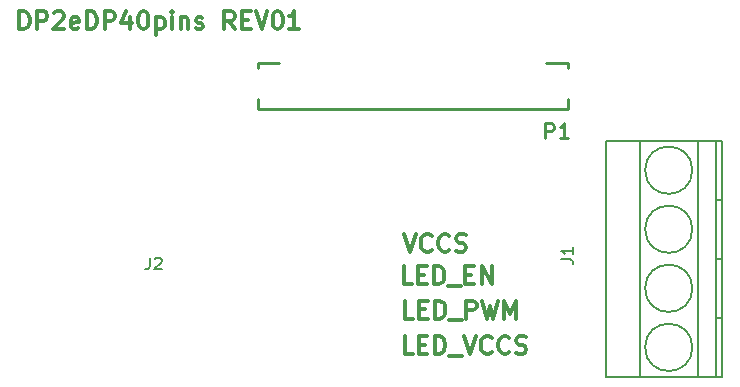
<source format=gto>
G04 #@! TF.FileFunction,Legend,Top*
%FSLAX46Y46*%
G04 Gerber Fmt 4.6, Leading zero omitted, Abs format (unit mm)*
G04 Created by KiCad (PCBNEW 4.0.7) date 07/29/18 14:43:16*
%MOMM*%
%LPD*%
G01*
G04 APERTURE LIST*
%ADD10C,0.100000*%
%ADD11C,0.300000*%
%ADD12C,0.150000*%
%ADD13C,0.254000*%
G04 APERTURE END LIST*
D10*
D11*
X121655573Y-72116071D02*
X121655573Y-70616071D01*
X122012716Y-70616071D01*
X122227001Y-70687500D01*
X122369859Y-70830357D01*
X122441287Y-70973214D01*
X122512716Y-71258929D01*
X122512716Y-71473214D01*
X122441287Y-71758929D01*
X122369859Y-71901786D01*
X122227001Y-72044643D01*
X122012716Y-72116071D01*
X121655573Y-72116071D01*
X123155573Y-72116071D02*
X123155573Y-70616071D01*
X123727001Y-70616071D01*
X123869859Y-70687500D01*
X123941287Y-70758929D01*
X124012716Y-70901786D01*
X124012716Y-71116071D01*
X123941287Y-71258929D01*
X123869859Y-71330357D01*
X123727001Y-71401786D01*
X123155573Y-71401786D01*
X124584144Y-70758929D02*
X124655573Y-70687500D01*
X124798430Y-70616071D01*
X125155573Y-70616071D01*
X125298430Y-70687500D01*
X125369859Y-70758929D01*
X125441287Y-70901786D01*
X125441287Y-71044643D01*
X125369859Y-71258929D01*
X124512716Y-72116071D01*
X125441287Y-72116071D01*
X126655572Y-72044643D02*
X126512715Y-72116071D01*
X126227001Y-72116071D01*
X126084144Y-72044643D01*
X126012715Y-71901786D01*
X126012715Y-71330357D01*
X126084144Y-71187500D01*
X126227001Y-71116071D01*
X126512715Y-71116071D01*
X126655572Y-71187500D01*
X126727001Y-71330357D01*
X126727001Y-71473214D01*
X126012715Y-71616071D01*
X127369858Y-72116071D02*
X127369858Y-70616071D01*
X127727001Y-70616071D01*
X127941286Y-70687500D01*
X128084144Y-70830357D01*
X128155572Y-70973214D01*
X128227001Y-71258929D01*
X128227001Y-71473214D01*
X128155572Y-71758929D01*
X128084144Y-71901786D01*
X127941286Y-72044643D01*
X127727001Y-72116071D01*
X127369858Y-72116071D01*
X128869858Y-72116071D02*
X128869858Y-70616071D01*
X129441286Y-70616071D01*
X129584144Y-70687500D01*
X129655572Y-70758929D01*
X129727001Y-70901786D01*
X129727001Y-71116071D01*
X129655572Y-71258929D01*
X129584144Y-71330357D01*
X129441286Y-71401786D01*
X128869858Y-71401786D01*
X131012715Y-71116071D02*
X131012715Y-72116071D01*
X130655572Y-70544643D02*
X130298429Y-71616071D01*
X131227001Y-71616071D01*
X132084143Y-70616071D02*
X132227000Y-70616071D01*
X132369857Y-70687500D01*
X132441286Y-70758929D01*
X132512715Y-70901786D01*
X132584143Y-71187500D01*
X132584143Y-71544643D01*
X132512715Y-71830357D01*
X132441286Y-71973214D01*
X132369857Y-72044643D01*
X132227000Y-72116071D01*
X132084143Y-72116071D01*
X131941286Y-72044643D01*
X131869857Y-71973214D01*
X131798429Y-71830357D01*
X131727000Y-71544643D01*
X131727000Y-71187500D01*
X131798429Y-70901786D01*
X131869857Y-70758929D01*
X131941286Y-70687500D01*
X132084143Y-70616071D01*
X133227000Y-71116071D02*
X133227000Y-72616071D01*
X133227000Y-71187500D02*
X133369857Y-71116071D01*
X133655571Y-71116071D01*
X133798428Y-71187500D01*
X133869857Y-71258929D01*
X133941286Y-71401786D01*
X133941286Y-71830357D01*
X133869857Y-71973214D01*
X133798428Y-72044643D01*
X133655571Y-72116071D01*
X133369857Y-72116071D01*
X133227000Y-72044643D01*
X134584143Y-72116071D02*
X134584143Y-71116071D01*
X134584143Y-70616071D02*
X134512714Y-70687500D01*
X134584143Y-70758929D01*
X134655571Y-70687500D01*
X134584143Y-70616071D01*
X134584143Y-70758929D01*
X135298429Y-71116071D02*
X135298429Y-72116071D01*
X135298429Y-71258929D02*
X135369857Y-71187500D01*
X135512715Y-71116071D01*
X135727000Y-71116071D01*
X135869857Y-71187500D01*
X135941286Y-71330357D01*
X135941286Y-72116071D01*
X136584143Y-72044643D02*
X136727000Y-72116071D01*
X137012715Y-72116071D01*
X137155572Y-72044643D01*
X137227000Y-71901786D01*
X137227000Y-71830357D01*
X137155572Y-71687500D01*
X137012715Y-71616071D01*
X136798429Y-71616071D01*
X136655572Y-71544643D01*
X136584143Y-71401786D01*
X136584143Y-71330357D01*
X136655572Y-71187500D01*
X136798429Y-71116071D01*
X137012715Y-71116071D01*
X137155572Y-71187500D01*
X139869858Y-72116071D02*
X139369858Y-71401786D01*
X139012715Y-72116071D02*
X139012715Y-70616071D01*
X139584143Y-70616071D01*
X139727001Y-70687500D01*
X139798429Y-70758929D01*
X139869858Y-70901786D01*
X139869858Y-71116071D01*
X139798429Y-71258929D01*
X139727001Y-71330357D01*
X139584143Y-71401786D01*
X139012715Y-71401786D01*
X140512715Y-71330357D02*
X141012715Y-71330357D01*
X141227001Y-72116071D02*
X140512715Y-72116071D01*
X140512715Y-70616071D01*
X141227001Y-70616071D01*
X141655572Y-70616071D02*
X142155572Y-72116071D01*
X142655572Y-70616071D01*
X143441286Y-70616071D02*
X143584143Y-70616071D01*
X143727000Y-70687500D01*
X143798429Y-70758929D01*
X143869858Y-70901786D01*
X143941286Y-71187500D01*
X143941286Y-71544643D01*
X143869858Y-71830357D01*
X143798429Y-71973214D01*
X143727000Y-72044643D01*
X143584143Y-72116071D01*
X143441286Y-72116071D01*
X143298429Y-72044643D01*
X143227000Y-71973214D01*
X143155572Y-71830357D01*
X143084143Y-71544643D01*
X143084143Y-71187500D01*
X143155572Y-70901786D01*
X143227000Y-70758929D01*
X143298429Y-70687500D01*
X143441286Y-70616071D01*
X145369857Y-72116071D02*
X144512714Y-72116071D01*
X144941286Y-72116071D02*
X144941286Y-70616071D01*
X144798429Y-70830357D01*
X144655571Y-70973214D01*
X144512714Y-71044643D01*
X154194215Y-89475571D02*
X154694215Y-90975571D01*
X155194215Y-89475571D01*
X156551358Y-90832714D02*
X156479929Y-90904143D01*
X156265643Y-90975571D01*
X156122786Y-90975571D01*
X155908501Y-90904143D01*
X155765643Y-90761286D01*
X155694215Y-90618429D01*
X155622786Y-90332714D01*
X155622786Y-90118429D01*
X155694215Y-89832714D01*
X155765643Y-89689857D01*
X155908501Y-89547000D01*
X156122786Y-89475571D01*
X156265643Y-89475571D01*
X156479929Y-89547000D01*
X156551358Y-89618429D01*
X158051358Y-90832714D02*
X157979929Y-90904143D01*
X157765643Y-90975571D01*
X157622786Y-90975571D01*
X157408501Y-90904143D01*
X157265643Y-90761286D01*
X157194215Y-90618429D01*
X157122786Y-90332714D01*
X157122786Y-90118429D01*
X157194215Y-89832714D01*
X157265643Y-89689857D01*
X157408501Y-89547000D01*
X157622786Y-89475571D01*
X157765643Y-89475571D01*
X157979929Y-89547000D01*
X158051358Y-89618429D01*
X158622786Y-90904143D02*
X158837072Y-90975571D01*
X159194215Y-90975571D01*
X159337072Y-90904143D01*
X159408501Y-90832714D01*
X159479929Y-90689857D01*
X159479929Y-90547000D01*
X159408501Y-90404143D01*
X159337072Y-90332714D01*
X159194215Y-90261286D01*
X158908501Y-90189857D01*
X158765643Y-90118429D01*
X158694215Y-90047000D01*
X158622786Y-89904143D01*
X158622786Y-89761286D01*
X158694215Y-89618429D01*
X158765643Y-89547000D01*
X158908501Y-89475571D01*
X159265643Y-89475571D01*
X159479929Y-89547000D01*
X154924500Y-93706071D02*
X154210214Y-93706071D01*
X154210214Y-92206071D01*
X155424500Y-92920357D02*
X155924500Y-92920357D01*
X156138786Y-93706071D02*
X155424500Y-93706071D01*
X155424500Y-92206071D01*
X156138786Y-92206071D01*
X156781643Y-93706071D02*
X156781643Y-92206071D01*
X157138786Y-92206071D01*
X157353071Y-92277500D01*
X157495929Y-92420357D01*
X157567357Y-92563214D01*
X157638786Y-92848929D01*
X157638786Y-93063214D01*
X157567357Y-93348929D01*
X157495929Y-93491786D01*
X157353071Y-93634643D01*
X157138786Y-93706071D01*
X156781643Y-93706071D01*
X157924500Y-93848929D02*
X159067357Y-93848929D01*
X159424500Y-92920357D02*
X159924500Y-92920357D01*
X160138786Y-93706071D02*
X159424500Y-93706071D01*
X159424500Y-92206071D01*
X160138786Y-92206071D01*
X160781643Y-93706071D02*
X160781643Y-92206071D01*
X161638786Y-93706071D01*
X161638786Y-92206071D01*
X155004000Y-96627071D02*
X154289714Y-96627071D01*
X154289714Y-95127071D01*
X155504000Y-95841357D02*
X156004000Y-95841357D01*
X156218286Y-96627071D02*
X155504000Y-96627071D01*
X155504000Y-95127071D01*
X156218286Y-95127071D01*
X156861143Y-96627071D02*
X156861143Y-95127071D01*
X157218286Y-95127071D01*
X157432571Y-95198500D01*
X157575429Y-95341357D01*
X157646857Y-95484214D01*
X157718286Y-95769929D01*
X157718286Y-95984214D01*
X157646857Y-96269929D01*
X157575429Y-96412786D01*
X157432571Y-96555643D01*
X157218286Y-96627071D01*
X156861143Y-96627071D01*
X158004000Y-96769929D02*
X159146857Y-96769929D01*
X159504000Y-96627071D02*
X159504000Y-95127071D01*
X160075428Y-95127071D01*
X160218286Y-95198500D01*
X160289714Y-95269929D01*
X160361143Y-95412786D01*
X160361143Y-95627071D01*
X160289714Y-95769929D01*
X160218286Y-95841357D01*
X160075428Y-95912786D01*
X159504000Y-95912786D01*
X160861143Y-95127071D02*
X161218286Y-96627071D01*
X161504000Y-95555643D01*
X161789714Y-96627071D01*
X162146857Y-95127071D01*
X162718286Y-96627071D02*
X162718286Y-95127071D01*
X163218286Y-96198500D01*
X163718286Y-95127071D01*
X163718286Y-96627071D01*
X154992144Y-99611571D02*
X154277858Y-99611571D01*
X154277858Y-98111571D01*
X155492144Y-98825857D02*
X155992144Y-98825857D01*
X156206430Y-99611571D02*
X155492144Y-99611571D01*
X155492144Y-98111571D01*
X156206430Y-98111571D01*
X156849287Y-99611571D02*
X156849287Y-98111571D01*
X157206430Y-98111571D01*
X157420715Y-98183000D01*
X157563573Y-98325857D01*
X157635001Y-98468714D01*
X157706430Y-98754429D01*
X157706430Y-98968714D01*
X157635001Y-99254429D01*
X157563573Y-99397286D01*
X157420715Y-99540143D01*
X157206430Y-99611571D01*
X156849287Y-99611571D01*
X157992144Y-99754429D02*
X159135001Y-99754429D01*
X159277858Y-98111571D02*
X159777858Y-99611571D01*
X160277858Y-98111571D01*
X161635001Y-99468714D02*
X161563572Y-99540143D01*
X161349286Y-99611571D01*
X161206429Y-99611571D01*
X160992144Y-99540143D01*
X160849286Y-99397286D01*
X160777858Y-99254429D01*
X160706429Y-98968714D01*
X160706429Y-98754429D01*
X160777858Y-98468714D01*
X160849286Y-98325857D01*
X160992144Y-98183000D01*
X161206429Y-98111571D01*
X161349286Y-98111571D01*
X161563572Y-98183000D01*
X161635001Y-98254429D01*
X163135001Y-99468714D02*
X163063572Y-99540143D01*
X162849286Y-99611571D01*
X162706429Y-99611571D01*
X162492144Y-99540143D01*
X162349286Y-99397286D01*
X162277858Y-99254429D01*
X162206429Y-98968714D01*
X162206429Y-98754429D01*
X162277858Y-98468714D01*
X162349286Y-98325857D01*
X162492144Y-98183000D01*
X162706429Y-98111571D01*
X162849286Y-98111571D01*
X163063572Y-98183000D01*
X163135001Y-98254429D01*
X163706429Y-99540143D02*
X163920715Y-99611571D01*
X164277858Y-99611571D01*
X164420715Y-99540143D01*
X164492144Y-99468714D01*
X164563572Y-99325857D01*
X164563572Y-99183000D01*
X164492144Y-99040143D01*
X164420715Y-98968714D01*
X164277858Y-98897286D01*
X163992144Y-98825857D01*
X163849286Y-98754429D01*
X163777858Y-98683000D01*
X163706429Y-98540143D01*
X163706429Y-98397286D01*
X163777858Y-98254429D01*
X163849286Y-98183000D01*
X163992144Y-98111571D01*
X164349286Y-98111571D01*
X164563572Y-98183000D01*
D12*
X180630000Y-86560000D02*
X181130000Y-86560000D01*
X180630000Y-91560000D02*
X181130000Y-91560000D01*
X180630000Y-96560000D02*
X181130000Y-96560000D01*
X179130000Y-101560000D02*
X179130000Y-81560000D01*
X174230000Y-101560000D02*
X174230000Y-81560000D01*
X180630000Y-101560000D02*
X180630000Y-81560000D01*
X181130000Y-101560000D02*
X181130000Y-81560000D01*
X181130000Y-81560000D02*
X171330000Y-81560000D01*
X171330000Y-81560000D02*
X171330000Y-101560000D01*
X171330000Y-101560000D02*
X181130000Y-101560000D01*
X178630000Y-84060000D02*
G75*
G03X178630000Y-84060000I-2000000J0D01*
G01*
X178630000Y-89060000D02*
G75*
G03X178630000Y-89060000I-2000000J0D01*
G01*
X178630000Y-94060000D02*
G75*
G03X178630000Y-94060000I-2000000J0D01*
G01*
X178630000Y-99060000D02*
G75*
G03X178630000Y-99060000I-2000000J0D01*
G01*
D13*
X141815000Y-78894000D02*
X168065000Y-78894000D01*
X168065000Y-74944000D02*
X166254000Y-74944000D01*
X141815000Y-74944000D02*
X143626000Y-74944000D01*
X141815000Y-78894000D02*
X141815000Y-78030000D01*
X168065000Y-78894000D02*
X168065000Y-78030000D01*
X141815000Y-74944000D02*
X141815000Y-75433000D01*
X168065000Y-74944000D02*
X168065000Y-75433000D01*
D12*
X167536881Y-91582833D02*
X168251167Y-91582833D01*
X168394024Y-91630453D01*
X168489262Y-91725691D01*
X168536881Y-91868548D01*
X168536881Y-91963786D01*
X168536881Y-90582833D02*
X168536881Y-91154262D01*
X168536881Y-90868548D02*
X167536881Y-90868548D01*
X167679738Y-90963786D01*
X167774976Y-91059024D01*
X167822595Y-91154262D01*
X132699167Y-91463881D02*
X132699167Y-92178167D01*
X132651547Y-92321024D01*
X132556309Y-92416262D01*
X132413452Y-92463881D01*
X132318214Y-92463881D01*
X133127738Y-91559119D02*
X133175357Y-91511500D01*
X133270595Y-91463881D01*
X133508691Y-91463881D01*
X133603929Y-91511500D01*
X133651548Y-91559119D01*
X133699167Y-91654357D01*
X133699167Y-91749595D01*
X133651548Y-91892452D01*
X133080119Y-92463881D01*
X133699167Y-92463881D01*
D13*
X166194619Y-81346524D02*
X166194619Y-80076524D01*
X166678428Y-80076524D01*
X166799381Y-80137000D01*
X166859857Y-80197476D01*
X166920333Y-80318429D01*
X166920333Y-80499857D01*
X166859857Y-80620810D01*
X166799381Y-80681286D01*
X166678428Y-80741762D01*
X166194619Y-80741762D01*
X168129857Y-81346524D02*
X167404143Y-81346524D01*
X167767000Y-81346524D02*
X167767000Y-80076524D01*
X167646048Y-80257952D01*
X167525095Y-80378905D01*
X167404143Y-80439381D01*
M02*

</source>
